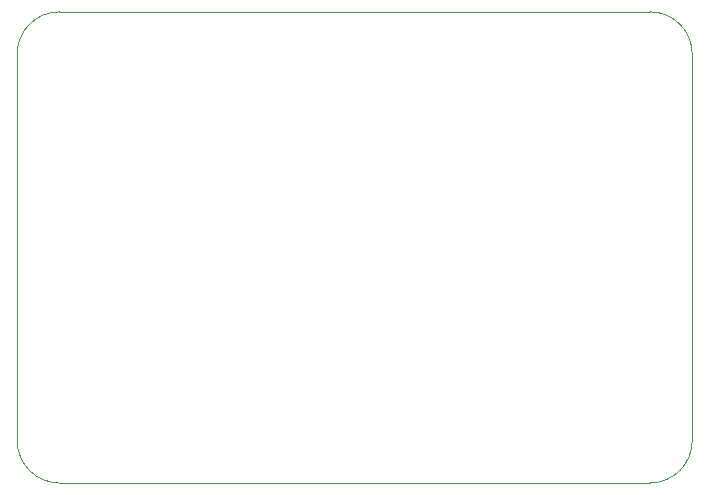
<source format=gbr>
%TF.GenerationSoftware,KiCad,Pcbnew,9.0.2-9.0.2-0~ubuntu24.04.1*%
%TF.CreationDate,2025-08-01T01:18:43+01:00*%
%TF.ProjectId,cadpadPCB,63616470-6164-4504-9342-2e6b69636164,rev?*%
%TF.SameCoordinates,Original*%
%TF.FileFunction,Profile,NP*%
%FSLAX46Y46*%
G04 Gerber Fmt 4.6, Leading zero omitted, Abs format (unit mm)*
G04 Created by KiCad (PCBNEW 9.0.2-9.0.2-0~ubuntu24.04.1) date 2025-08-01 01:18:43*
%MOMM*%
%LPD*%
G01*
G04 APERTURE LIST*
%TA.AperFunction,Profile*%
%ADD10C,0.050000*%
%TD*%
G04 APERTURE END LIST*
D10*
X158353258Y-43457849D02*
X108346966Y-43457849D01*
X158362118Y-83343695D02*
X108347000Y-83343750D01*
X108346966Y-83343750D02*
G75*
G02*
X104775150Y-79771942I34J3571850D01*
G01*
X158353258Y-43457849D02*
G75*
G02*
X161925151Y-47029727I42J-3571851D01*
G01*
X104775158Y-79771940D02*
X104775088Y-47029727D01*
X161925000Y-79771900D02*
X161925136Y-47029727D01*
X104775088Y-47029727D02*
G75*
G02*
X108346966Y-43457788I3571912J27D01*
G01*
X161925000Y-79771942D02*
G75*
G02*
X158353258Y-83343600I-3571700J42D01*
G01*
M02*

</source>
